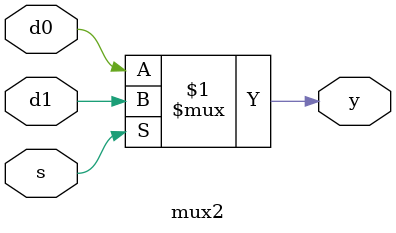
<source format=sv>
module mux2(input logic d0, d1, s,
			output logic y);

	assign y = s ? d1 : d0;

endmodule
</source>
